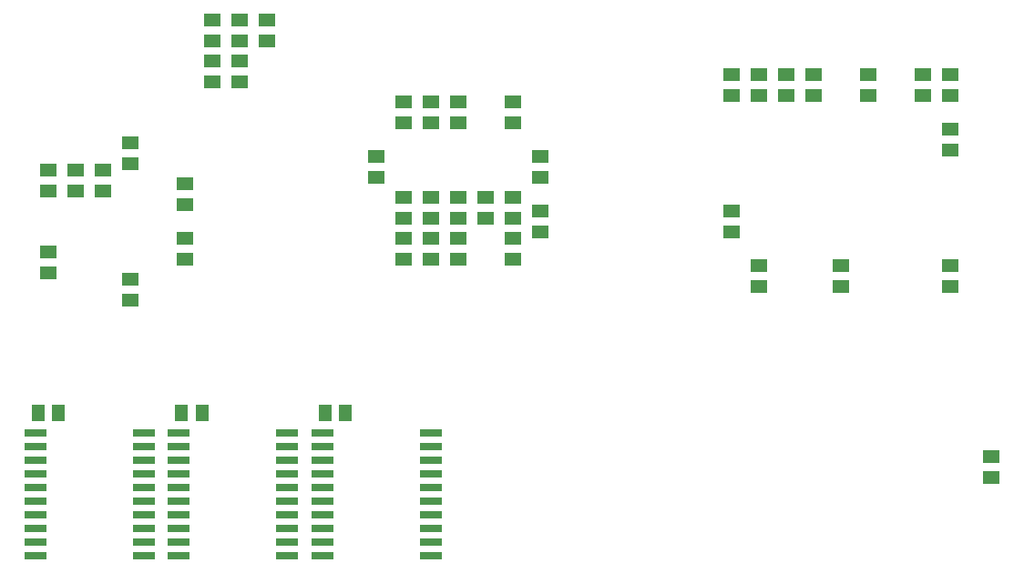
<source format=gbr>
G04 EAGLE Gerber RS-274X export*
G75*
%MOMM*%
%FSLAX34Y34*%
%LPD*%
%INSolderpaste Bottom*%
%IPPOS*%
%AMOC8*
5,1,8,0,0,1.08239X$1,22.5*%
G01*
%ADD10R,2.032000X0.660400*%
%ADD11R,1.500000X1.300000*%
%ADD12R,1.300000X1.500000*%


D10*
X164592Y285750D03*
X164592Y273050D03*
X164592Y260350D03*
X164592Y247650D03*
X164592Y234950D03*
X164592Y222250D03*
X164592Y209550D03*
X164592Y196850D03*
X64008Y196850D03*
X64008Y209550D03*
X64008Y222250D03*
X64008Y234950D03*
X64008Y247650D03*
X64008Y260350D03*
X64008Y273050D03*
X64008Y285750D03*
X164592Y184150D03*
X164592Y171450D03*
X64008Y184150D03*
X64008Y171450D03*
X297942Y285750D03*
X297942Y273050D03*
X297942Y260350D03*
X297942Y247650D03*
X297942Y234950D03*
X297942Y222250D03*
X297942Y209550D03*
X297942Y196850D03*
X197358Y196850D03*
X197358Y209550D03*
X197358Y222250D03*
X197358Y234950D03*
X197358Y247650D03*
X197358Y260350D03*
X197358Y273050D03*
X197358Y285750D03*
X297942Y184150D03*
X297942Y171450D03*
X197358Y184150D03*
X197358Y171450D03*
X431292Y285750D03*
X431292Y273050D03*
X431292Y260350D03*
X431292Y247650D03*
X431292Y234950D03*
X431292Y222250D03*
X431292Y209550D03*
X431292Y196850D03*
X330708Y196850D03*
X330708Y209550D03*
X330708Y222250D03*
X330708Y234950D03*
X330708Y247650D03*
X330708Y260350D03*
X330708Y273050D03*
X330708Y285750D03*
X431292Y184150D03*
X431292Y171450D03*
X330708Y184150D03*
X330708Y171450D03*
D11*
X533400Y542900D03*
X533400Y523900D03*
X508000Y593700D03*
X508000Y574700D03*
X533400Y473100D03*
X533400Y492100D03*
X457200Y593700D03*
X457200Y574700D03*
X457200Y447700D03*
X457200Y466700D03*
X431800Y593700D03*
X431800Y574700D03*
X431800Y447700D03*
X431800Y466700D03*
X406400Y593700D03*
X406400Y574700D03*
X406400Y447700D03*
X406400Y466700D03*
X381000Y542900D03*
X381000Y523900D03*
X254000Y612800D03*
X254000Y631800D03*
X228600Y612800D03*
X228600Y631800D03*
X203200Y447700D03*
X203200Y466700D03*
X152400Y555600D03*
X152400Y536600D03*
X152400Y409600D03*
X152400Y428600D03*
X76200Y435000D03*
X76200Y454000D03*
X76200Y530200D03*
X76200Y511200D03*
X254000Y669900D03*
X254000Y650900D03*
X508000Y485800D03*
X508000Y504800D03*
X889000Y600100D03*
X889000Y619100D03*
X838200Y619100D03*
X838200Y600100D03*
X762000Y600100D03*
X762000Y619100D03*
X279400Y669900D03*
X279400Y650900D03*
X736600Y600100D03*
X736600Y619100D03*
X228600Y669900D03*
X228600Y650900D03*
X406400Y485800D03*
X406400Y504800D03*
X508000Y447700D03*
X508000Y466700D03*
X101600Y511200D03*
X101600Y530200D03*
X127000Y511200D03*
X127000Y530200D03*
X431800Y485800D03*
X431800Y504800D03*
X457200Y485800D03*
X457200Y504800D03*
X482600Y485800D03*
X482600Y504800D03*
X203200Y517500D03*
X203200Y498500D03*
X914400Y568300D03*
X914400Y549300D03*
X812800Y422300D03*
X812800Y441300D03*
X914400Y422300D03*
X914400Y441300D03*
X736600Y422300D03*
X736600Y441300D03*
X711200Y473100D03*
X711200Y492100D03*
X711200Y619100D03*
X711200Y600100D03*
X787400Y619100D03*
X787400Y600100D03*
X914400Y619100D03*
X914400Y600100D03*
X952500Y263500D03*
X952500Y244500D03*
D12*
X66700Y304800D03*
X85700Y304800D03*
X200050Y304800D03*
X219050Y304800D03*
X333400Y304800D03*
X352400Y304800D03*
M02*

</source>
